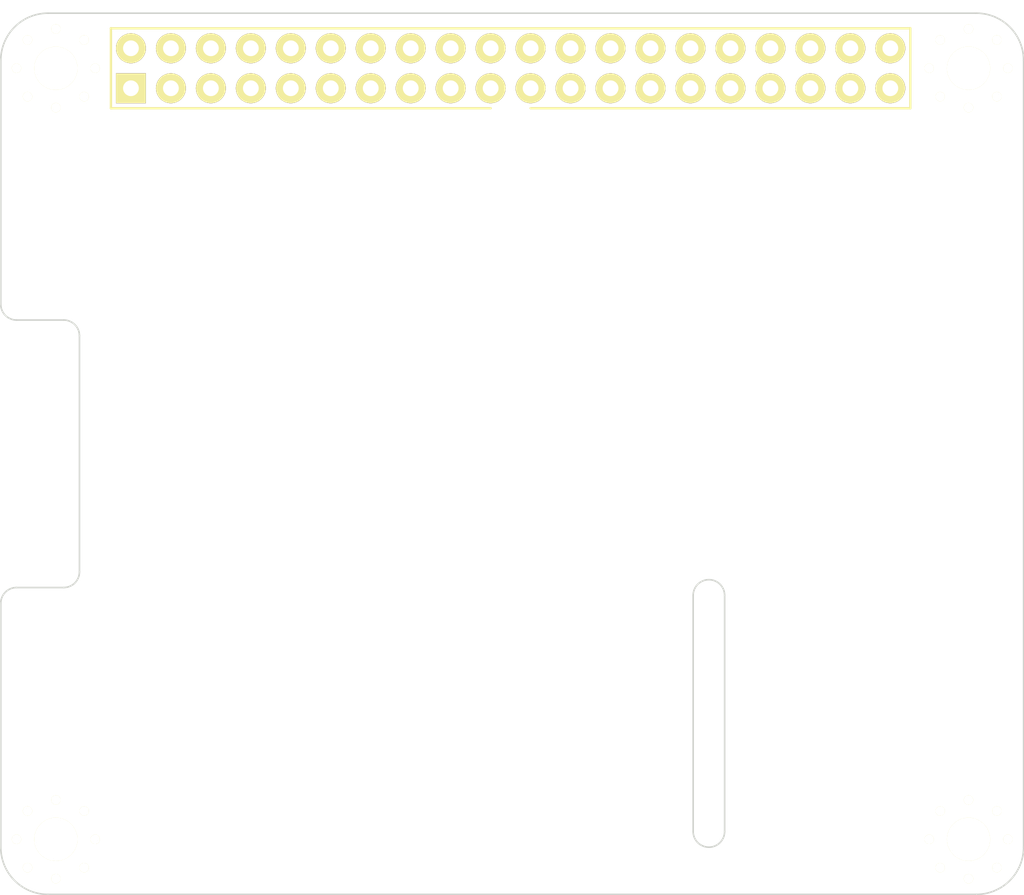
<source format=kicad_pcb>
(kicad_pcb (version 20170123) (host pcbnew "(2017-03-10 revision 23a23d3)-master")

  (general
    (links 0)
    (no_connects 0)
    (area 109.558334 51.4425 177.441667 110.6925)
    (thickness 1.6)
    (drawings 20)
    (tracks 0)
    (zones 0)
    (modules 5)
    (nets 1)
  )

  (page A4)
  (layers
    (0 F.Cu signal)
    (31 B.Cu signal)
    (32 B.Adhes user)
    (33 F.Adhes user)
    (34 B.Paste user)
    (35 F.Paste user)
    (36 B.SilkS user)
    (37 F.SilkS user)
    (38 B.Mask user)
    (39 F.Mask user)
    (40 Dwgs.User user)
    (41 Cmts.User user)
    (42 Eco1.User user)
    (43 Eco2.User user)
    (44 Edge.Cuts user)
    (45 Margin user)
    (46 B.CrtYd user)
    (47 F.CrtYd user)
    (48 B.Fab user)
    (49 F.Fab user)
  )

  (setup
    (last_trace_width 0.25)
    (trace_clearance 0.2)
    (zone_clearance 0.508)
    (zone_45_only no)
    (trace_min 0.2)
    (segment_width 0.2)
    (edge_width 0.15)
    (via_size 0.8)
    (via_drill 0.4)
    (via_min_size 0.4)
    (via_min_drill 0.3)
    (uvia_size 0.3)
    (uvia_drill 0.1)
    (uvias_allowed no)
    (uvia_min_size 0.2)
    (uvia_min_drill 0.1)
    (pcb_text_width 0.3)
    (pcb_text_size 1.5 1.5)
    (mod_edge_width 0.15)
    (mod_text_size 1 1)
    (mod_text_width 0.15)
    (pad_size 1.524 1.524)
    (pad_drill 0.762)
    (pad_to_mask_clearance 0.2)
    (aux_axis_origin 0 0)
    (visible_elements FFFFFF7F)
    (pcbplotparams
      (layerselection 0x00030_ffffffff)
      (usegerberextensions false)
      (excludeedgelayer true)
      (linewidth 0.150000)
      (plotframeref false)
      (viasonmask false)
      (mode 1)
      (useauxorigin false)
      (hpglpennumber 1)
      (hpglpenspeed 20)
      (hpglpendiameter 15)
      (psnegative false)
      (psa4output false)
      (plotreference true)
      (plotvalue true)
      (plotinvisibletext false)
      (padsonsilk false)
      (subtractmaskfromsilk false)
      (outputformat 1)
      (mirror false)
      (drillshape 1)
      (scaleselection 1)
      (outputdirectory ""))
  )

  (net 0 "")

  (net_class Default "This is the default net class."
    (clearance 0.2)
    (trace_width 0.25)
    (via_dia 0.8)
    (via_drill 0.4)
    (uvia_dia 0.3)
    (uvia_drill 0.1)
  )

  (module agg:M2.5_MOUNT locked (layer F.Cu) (tedit 59103448) (tstamp 59163234)
    (at 172.5 105.5)
    (fp_text reference REF** (at 0 -4.1) (layer F.Fab) hide
      (effects (font (size 1 1) (thickness 0.15)))
    )
    (fp_text value M2.5_MOUNT (at 0 4.1) (layer F.Fab) hide
      (effects (font (size 1 1) (thickness 0.15)))
    )
    (fp_line (start -3.4 -3.4) (end 3.4 -3.4) (layer F.CrtYd) (width 0.01))
    (fp_line (start 3.4 -3.4) (end 3.4 3.4) (layer F.CrtYd) (width 0.01))
    (fp_line (start 3.4 3.4) (end -3.4 3.4) (layer F.CrtYd) (width 0.01))
    (fp_line (start -3.4 3.4) (end -3.4 -3.4) (layer F.CrtYd) (width 0.01))
    (pad "" np_thru_hole circle (at 1.8 1.8) (size 0.6 0.6) (drill 0.6) (layers *.Cu *.Mask F.SilkS))
    (pad "" np_thru_hole circle (at -1.8 1.8) (size 0.6 0.6) (drill 0.6) (layers *.Cu *.Mask F.SilkS))
    (pad "" np_thru_hole circle (at 1.8 -1.8) (size 0.6 0.6) (drill 0.6) (layers *.Cu *.Mask F.SilkS))
    (pad "" np_thru_hole circle (at -1.8 -1.8) (size 0.6 0.6) (drill 0.6) (layers *.Cu *.Mask F.SilkS))
    (pad "" np_thru_hole circle (at -2.5 0) (size 0.6 0.6) (drill 0.6) (layers *.Cu *.Mask F.SilkS))
    (pad "" np_thru_hole circle (at 0 2.5) (size 0.6 0.6) (drill 0.6) (layers *.Cu *.Mask F.SilkS))
    (pad "" np_thru_hole circle (at 2.5 0) (size 0.6 0.6) (drill 0.6) (layers *.Cu *.Mask F.SilkS))
    (pad "" np_thru_hole circle (at 0 -2.5) (size 0.6 0.6) (drill 0.6) (layers *.Cu *.Mask F.SilkS))
    (pad "" np_thru_hole circle (at 0 0) (size 2.75 2.75) (drill 2.75) (layers *.Cu *.Mask F.SilkS)
      (solder_mask_margin 1.72) (clearance 1.72))
  )

  (module agg:M2.5_MOUNT locked (layer F.Cu) (tedit 59103450) (tstamp 5916322B)
    (at 114.5 105.5)
    (fp_text reference REF** (at 0 -4.1) (layer F.Fab) hide
      (effects (font (size 1 1) (thickness 0.15)))
    )
    (fp_text value M2.5_MOUNT (at 0 4.1) (layer F.Fab) hide
      (effects (font (size 1 1) (thickness 0.15)))
    )
    (fp_line (start -3.4 -3.4) (end 3.4 -3.4) (layer F.CrtYd) (width 0.01))
    (fp_line (start 3.4 -3.4) (end 3.4 3.4) (layer F.CrtYd) (width 0.01))
    (fp_line (start 3.4 3.4) (end -3.4 3.4) (layer F.CrtYd) (width 0.01))
    (fp_line (start -3.4 3.4) (end -3.4 -3.4) (layer F.CrtYd) (width 0.01))
    (pad "" np_thru_hole circle (at 1.8 1.8) (size 0.6 0.6) (drill 0.6) (layers *.Cu *.Mask F.SilkS))
    (pad "" np_thru_hole circle (at -1.8 1.8) (size 0.6 0.6) (drill 0.6) (layers *.Cu *.Mask F.SilkS))
    (pad "" np_thru_hole circle (at 1.8 -1.8) (size 0.6 0.6) (drill 0.6) (layers *.Cu *.Mask F.SilkS))
    (pad "" np_thru_hole circle (at -1.8 -1.8) (size 0.6 0.6) (drill 0.6) (layers *.Cu *.Mask F.SilkS))
    (pad "" np_thru_hole circle (at -2.5 0) (size 0.6 0.6) (drill 0.6) (layers *.Cu *.Mask F.SilkS))
    (pad "" np_thru_hole circle (at 0 2.5) (size 0.6 0.6) (drill 0.6) (layers *.Cu *.Mask F.SilkS))
    (pad "" np_thru_hole circle (at 2.5 0) (size 0.6 0.6) (drill 0.6) (layers *.Cu *.Mask F.SilkS))
    (pad "" np_thru_hole circle (at 0 -2.5) (size 0.6 0.6) (drill 0.6) (layers *.Cu *.Mask F.SilkS))
    (pad "" np_thru_hole circle (at 0 0) (size 2.75 2.75) (drill 2.75) (layers *.Cu *.Mask F.SilkS)
      (solder_mask_margin 1.72) (clearance 1.72))
  )

  (module agg:M2.5_MOUNT locked (layer F.Cu) (tedit 5910343C) (tstamp 59163222)
    (at 114.5 56.5)
    (fp_text reference REF** (at 0 -4.1) (layer F.Fab) hide
      (effects (font (size 1 1) (thickness 0.15)))
    )
    (fp_text value M2.5_MOUNT (at 0 4.1) (layer F.Fab) hide
      (effects (font (size 1 1) (thickness 0.15)))
    )
    (fp_line (start -3.4 -3.4) (end 3.4 -3.4) (layer F.CrtYd) (width 0.01))
    (fp_line (start 3.4 -3.4) (end 3.4 3.4) (layer F.CrtYd) (width 0.01))
    (fp_line (start 3.4 3.4) (end -3.4 3.4) (layer F.CrtYd) (width 0.01))
    (fp_line (start -3.4 3.4) (end -3.4 -3.4) (layer F.CrtYd) (width 0.01))
    (pad "" np_thru_hole circle (at 1.8 1.8) (size 0.6 0.6) (drill 0.6) (layers *.Cu *.Mask F.SilkS))
    (pad "" np_thru_hole circle (at -1.8 1.8) (size 0.6 0.6) (drill 0.6) (layers *.Cu *.Mask F.SilkS))
    (pad "" np_thru_hole circle (at 1.8 -1.8) (size 0.6 0.6) (drill 0.6) (layers *.Cu *.Mask F.SilkS))
    (pad "" np_thru_hole circle (at -1.8 -1.8) (size 0.6 0.6) (drill 0.6) (layers *.Cu *.Mask F.SilkS))
    (pad "" np_thru_hole circle (at -2.5 0) (size 0.6 0.6) (drill 0.6) (layers *.Cu *.Mask F.SilkS))
    (pad "" np_thru_hole circle (at 0 2.5) (size 0.6 0.6) (drill 0.6) (layers *.Cu *.Mask F.SilkS))
    (pad "" np_thru_hole circle (at 2.5 0) (size 0.6 0.6) (drill 0.6) (layers *.Cu *.Mask F.SilkS))
    (pad "" np_thru_hole circle (at 0 -2.5) (size 0.6 0.6) (drill 0.6) (layers *.Cu *.Mask F.SilkS))
    (pad "" np_thru_hole circle (at 0 0) (size 2.75 2.75) (drill 2.75) (layers *.Cu *.Mask F.SilkS)
      (solder_mask_margin 1.72) (clearance 1.72))
  )

  (module agg:M2.5_MOUNT locked (layer F.Cu) (tedit 59103442) (tstamp 59163219)
    (at 172.5 56.5)
    (fp_text reference REF** (at 0 -4.1) (layer F.Fab) hide
      (effects (font (size 1 1) (thickness 0.15)))
    )
    (fp_text value M2.5_MOUNT (at 0 4.1) (layer F.Fab) hide
      (effects (font (size 1 1) (thickness 0.15)))
    )
    (fp_line (start -3.4 -3.4) (end 3.4 -3.4) (layer F.CrtYd) (width 0.01))
    (fp_line (start 3.4 -3.4) (end 3.4 3.4) (layer F.CrtYd) (width 0.01))
    (fp_line (start 3.4 3.4) (end -3.4 3.4) (layer F.CrtYd) (width 0.01))
    (fp_line (start -3.4 3.4) (end -3.4 -3.4) (layer F.CrtYd) (width 0.01))
    (pad "" np_thru_hole circle (at 1.8 1.8) (size 0.6 0.6) (drill 0.6) (layers *.Cu *.Mask F.SilkS))
    (pad "" np_thru_hole circle (at -1.8 1.8) (size 0.6 0.6) (drill 0.6) (layers *.Cu *.Mask F.SilkS))
    (pad "" np_thru_hole circle (at 1.8 -1.8) (size 0.6 0.6) (drill 0.6) (layers *.Cu *.Mask F.SilkS))
    (pad "" np_thru_hole circle (at -1.8 -1.8) (size 0.6 0.6) (drill 0.6) (layers *.Cu *.Mask F.SilkS))
    (pad "" np_thru_hole circle (at -2.5 0) (size 0.6 0.6) (drill 0.6) (layers *.Cu *.Mask F.SilkS))
    (pad "" np_thru_hole circle (at 0 2.5) (size 0.6 0.6) (drill 0.6) (layers *.Cu *.Mask F.SilkS))
    (pad "" np_thru_hole circle (at 2.5 0) (size 0.6 0.6) (drill 0.6) (layers *.Cu *.Mask F.SilkS))
    (pad "" np_thru_hole circle (at 0 -2.5) (size 0.6 0.6) (drill 0.6) (layers *.Cu *.Mask F.SilkS))
    (pad "" np_thru_hole circle (at 0 0) (size 2.75 2.75) (drill 2.75) (layers *.Cu *.Mask F.SilkS)
      (solder_mask_margin 1.72) (clearance 1.72))
  )

  (module agg:DIL-254P-40 locked (layer F.Cu) (tedit 57656D66) (tstamp 59163350)
    (at 143.4 56.5)
    (fp_text reference REF** (at 0 -3.49) (layer F.Fab)
      (effects (font (size 1 1) (thickness 0.15)))
    )
    (fp_text value DIL-254P-40 (at 0 3.49) (layer F.Fab)
      (effects (font (size 1 1) (thickness 0.15)))
    )
    (fp_line (start -25.65 2.8) (end -25.65 -2.8) (layer F.CrtYd) (width 0.01))
    (fp_line (start 25.65 2.8) (end -25.65 2.8) (layer F.CrtYd) (width 0.01))
    (fp_line (start 25.65 -2.8) (end 25.65 2.8) (layer F.CrtYd) (width 0.01))
    (fp_line (start -25.65 -2.8) (end 25.65 -2.8) (layer F.CrtYd) (width 0.01))
    (fp_line (start -25.4 2.54) (end -25.4 -2.54) (layer F.SilkS) (width 0.15))
    (fp_line (start -1.27 2.54) (end -25.4 2.54) (layer F.SilkS) (width 0.15))
    (fp_line (start 25.4 2.54) (end 1.27 2.54) (layer F.SilkS) (width 0.15))
    (fp_line (start 25.4 -2.54) (end 25.4 2.54) (layer F.SilkS) (width 0.15))
    (fp_line (start -25.4 -2.54) (end 25.4 -2.54) (layer F.SilkS) (width 0.15))
    (fp_line (start -25.4 2.54) (end -25.4 -2.54) (layer F.Fab) (width 0.01))
    (fp_line (start 25.4 2.54) (end -25.4 2.54) (layer F.Fab) (width 0.01))
    (fp_line (start 25.4 -2.54) (end 25.4 2.54) (layer F.Fab) (width 0.01))
    (fp_line (start -25.4 -2.54) (end 25.4 -2.54) (layer F.Fab) (width 0.01))
    (pad 40 thru_hole circle (at 24.13 -1.27) (size 1.9 1.9) (drill 1) (layers *.Cu *.Mask F.SilkS))
    (pad 39 thru_hole circle (at 24.13 1.27) (size 1.9 1.9) (drill 1) (layers *.Cu *.Mask F.SilkS))
    (pad 38 thru_hole circle (at 21.59 -1.27) (size 1.9 1.9) (drill 1) (layers *.Cu *.Mask F.SilkS))
    (pad 37 thru_hole circle (at 21.59 1.27) (size 1.9 1.9) (drill 1) (layers *.Cu *.Mask F.SilkS))
    (pad 36 thru_hole circle (at 19.05 -1.27) (size 1.9 1.9) (drill 1) (layers *.Cu *.Mask F.SilkS))
    (pad 35 thru_hole circle (at 19.05 1.27) (size 1.9 1.9) (drill 1) (layers *.Cu *.Mask F.SilkS))
    (pad 34 thru_hole circle (at 16.51 -1.27) (size 1.9 1.9) (drill 1) (layers *.Cu *.Mask F.SilkS))
    (pad 33 thru_hole circle (at 16.51 1.27) (size 1.9 1.9) (drill 1) (layers *.Cu *.Mask F.SilkS))
    (pad 32 thru_hole circle (at 13.97 -1.27) (size 1.9 1.9) (drill 1) (layers *.Cu *.Mask F.SilkS))
    (pad 31 thru_hole circle (at 13.97 1.27) (size 1.9 1.9) (drill 1) (layers *.Cu *.Mask F.SilkS))
    (pad 30 thru_hole circle (at 11.43 -1.27) (size 1.9 1.9) (drill 1) (layers *.Cu *.Mask F.SilkS))
    (pad 29 thru_hole circle (at 11.43 1.27) (size 1.9 1.9) (drill 1) (layers *.Cu *.Mask F.SilkS))
    (pad 28 thru_hole circle (at 8.89 -1.27) (size 1.9 1.9) (drill 1) (layers *.Cu *.Mask F.SilkS))
    (pad 27 thru_hole circle (at 8.89 1.27) (size 1.9 1.9) (drill 1) (layers *.Cu *.Mask F.SilkS))
    (pad 26 thru_hole circle (at 6.35 -1.27) (size 1.9 1.9) (drill 1) (layers *.Cu *.Mask F.SilkS))
    (pad 25 thru_hole circle (at 6.35 1.27) (size 1.9 1.9) (drill 1) (layers *.Cu *.Mask F.SilkS))
    (pad 24 thru_hole circle (at 3.81 -1.27) (size 1.9 1.9) (drill 1) (layers *.Cu *.Mask F.SilkS))
    (pad 23 thru_hole circle (at 3.81 1.27) (size 1.9 1.9) (drill 1) (layers *.Cu *.Mask F.SilkS))
    (pad 22 thru_hole circle (at 1.27 -1.27) (size 1.9 1.9) (drill 1) (layers *.Cu *.Mask F.SilkS))
    (pad 21 thru_hole circle (at 1.27 1.27) (size 1.9 1.9) (drill 1) (layers *.Cu *.Mask F.SilkS))
    (pad 20 thru_hole circle (at -1.27 -1.27) (size 1.9 1.9) (drill 1) (layers *.Cu *.Mask F.SilkS))
    (pad 19 thru_hole circle (at -1.27 1.27) (size 1.9 1.9) (drill 1) (layers *.Cu *.Mask F.SilkS))
    (pad 18 thru_hole circle (at -3.81 -1.27) (size 1.9 1.9) (drill 1) (layers *.Cu *.Mask F.SilkS))
    (pad 17 thru_hole circle (at -3.81 1.27) (size 1.9 1.9) (drill 1) (layers *.Cu *.Mask F.SilkS))
    (pad 16 thru_hole circle (at -6.35 -1.27) (size 1.9 1.9) (drill 1) (layers *.Cu *.Mask F.SilkS))
    (pad 15 thru_hole circle (at -6.35 1.27) (size 1.9 1.9) (drill 1) (layers *.Cu *.Mask F.SilkS))
    (pad 14 thru_hole circle (at -8.89 -1.27) (size 1.9 1.9) (drill 1) (layers *.Cu *.Mask F.SilkS))
    (pad 13 thru_hole circle (at -8.89 1.27) (size 1.9 1.9) (drill 1) (layers *.Cu *.Mask F.SilkS))
    (pad 12 thru_hole circle (at -11.43 -1.27) (size 1.9 1.9) (drill 1) (layers *.Cu *.Mask F.SilkS))
    (pad 11 thru_hole circle (at -11.43 1.27) (size 1.9 1.9) (drill 1) (layers *.Cu *.Mask F.SilkS))
    (pad 10 thru_hole circle (at -13.97 -1.27) (size 1.9 1.9) (drill 1) (layers *.Cu *.Mask F.SilkS))
    (pad 9 thru_hole circle (at -13.97 1.27) (size 1.9 1.9) (drill 1) (layers *.Cu *.Mask F.SilkS))
    (pad 8 thru_hole circle (at -16.51 -1.27) (size 1.9 1.9) (drill 1) (layers *.Cu *.Mask F.SilkS))
    (pad 7 thru_hole circle (at -16.51 1.27) (size 1.9 1.9) (drill 1) (layers *.Cu *.Mask F.SilkS))
    (pad 6 thru_hole circle (at -19.05 -1.27) (size 1.9 1.9) (drill 1) (layers *.Cu *.Mask F.SilkS))
    (pad 5 thru_hole circle (at -19.05 1.27) (size 1.9 1.9) (drill 1) (layers *.Cu *.Mask F.SilkS))
    (pad 4 thru_hole circle (at -21.59 -1.27) (size 1.9 1.9) (drill 1) (layers *.Cu *.Mask F.SilkS))
    (pad 3 thru_hole circle (at -21.59 1.27) (size 1.9 1.9) (drill 1) (layers *.Cu *.Mask F.SilkS))
    (pad 2 thru_hole circle (at -24.13 -1.27) (size 1.9 1.9) (drill 1) (layers *.Cu *.Mask F.SilkS))
    (pad 1 thru_hole rect (at -24.13 1.27) (size 1.9 1.9) (drill 1) (layers *.Cu *.Mask F.SilkS))
    (model ${KISYS3DMOD}/Pin_Headers.3dshapes/Pin_Header_Straight_2x20.wrl
      (at (xyz 0 0 0))
      (scale (xyz 1 1 1))
      (rotate (xyz 0 0 0))
    )
  )

  (gr_arc (start 156 105) (end 155 105) (angle -180) (layer Edge.Cuts) (width 0.1))
  (gr_line (start 157 105) (end 157 90) (layer Edge.Cuts) (width 0.1))
  (gr_arc (start 156 90) (end 157 90) (angle -180) (layer Edge.Cuts) (width 0.1))
  (gr_line (start 116 88.5) (end 116 73.5) (layer Edge.Cuts) (width 0.1))
  (gr_arc (start 115 88.5) (end 115 89.5) (angle -90) (layer Edge.Cuts) (width 0.1))
  (gr_arc (start 115 73.5) (end 116 73.5) (angle -90) (layer Edge.Cuts) (width 0.1))
  (gr_arc (start 112 71.5) (end 111 71.5) (angle -90) (layer Edge.Cuts) (width 0.1))
  (gr_line (start 115 72.5) (end 112 72.5) (layer Edge.Cuts) (width 0.1))
  (gr_arc (start 112 90.5) (end 112 89.5) (angle -90) (layer Edge.Cuts) (width 0.1))
  (gr_line (start 111 56) (end 111 71.5) (layer Edge.Cuts) (width 0.1))
  (gr_arc (start 114 106) (end 111 106) (angle -90) (layer Edge.Cuts) (width 0.1))
  (gr_line (start 176 106) (end 176 56) (layer Edge.Cuts) (width 0.1))
  (gr_line (start 111 90.5) (end 111 106) (layer Edge.Cuts) (width 0.1))
  (gr_arc (start 114 56) (end 114 53) (angle -90) (layer Edge.Cuts) (width 0.1))
  (gr_arc (start 173 56) (end 176 56) (angle -90) (layer Edge.Cuts) (width 0.1))
  (gr_arc (start 173 106) (end 173 109) (angle -90) (layer Edge.Cuts) (width 0.1))
  (gr_line (start 155 105) (end 155 90) (layer Edge.Cuts) (width 0.1))
  (gr_line (start 114 53) (end 173 53) (layer Edge.Cuts) (width 0.1))
  (gr_line (start 114 109) (end 173 109) (layer Edge.Cuts) (width 0.1))
  (gr_line (start 115 89.5) (end 112 89.5) (layer Edge.Cuts) (width 0.1))

)

</source>
